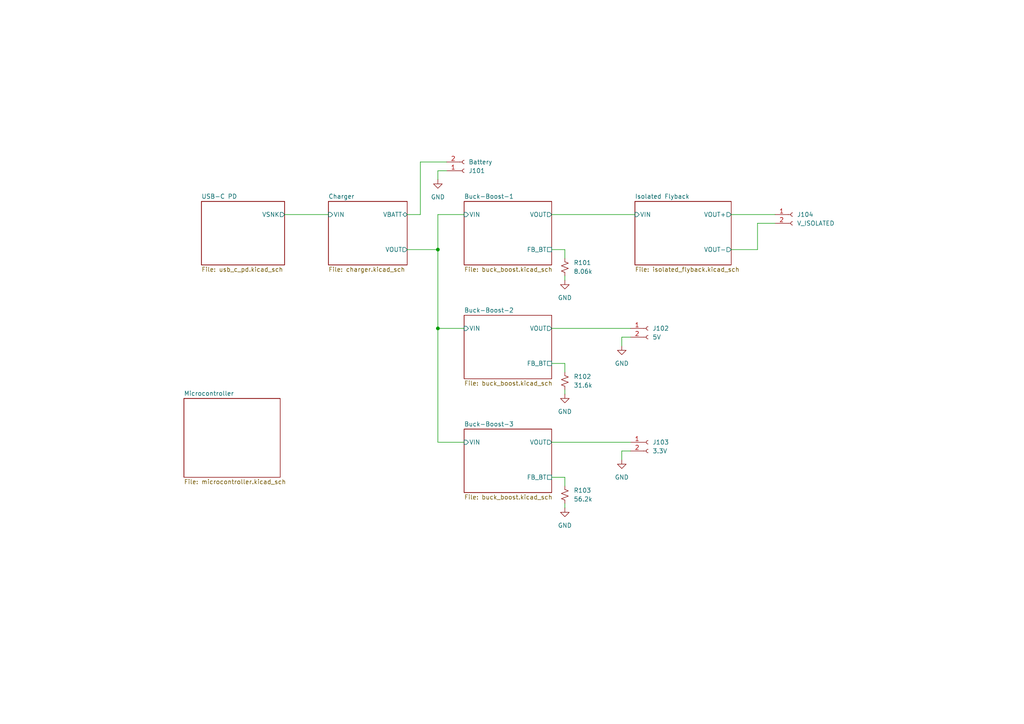
<source format=kicad_sch>
(kicad_sch (version 20231120) (generator "eeschema") (generator_version "8.0")
  (paper "A4")
  (title_block (title "Power Supply") (date "2024-10-27") (rev "0.1.0") (company "University of Wisconsin-Platteville") (comment 1 "Nicholas Loehrke"))
  (lib_symbols
    (symbol "Connector:Conn_01x02_Socket" (pin_names (offset 1.016) hide)
      (property "Reference" "J" (at 0 2.54 0))
      (property "Value" "Conn_01x02_Socket" (at 0 -5.08 0))
      (symbol "Conn_01x02_Socket_1_1"
        (arc (start 0 -2.032) (mid -0.5058 -2.54) (end 0 -3.048) (stroke (width 0.1524)))
        (polyline (pts (xy -1.27 -2.54) (xy -0.508 -2.54)) (stroke (width 0.1524)))
        (polyline (pts (xy -1.27 0) (xy -0.508 0)) (stroke (width 0.1524)))
        (arc (start 0 0.508) (mid -0.5058 0) (end 0 -0.508) (stroke (width 0.1524)))
        (pin passive line (at -5.08 0 0) (length 3.81) (name "Pin_1") (number "1"))
        (pin passive line (at -5.08 -2.54 0) (length 3.81) (name "Pin_2") (number "2"))
      )
    )
    (symbol "Device:R_Small_US" (pin_numbers hide) (pin_names (offset 0.254) hide)
      (property "Reference" "R" (at 0.762 0.508 0))
      (property "Value" "R_Small_US" (at 0.762 -1.016 0))
      (symbol "R_Small_US_1_1"
        (polyline (pts (xy 0 0) (xy 1.016 -0.381) (xy 0 -0.762) (xy -1.016 -1.143) (xy 0 -1.524)))
        (polyline (pts (xy 0 1.524) (xy 1.016 1.143) (xy 0 0.762) (xy -1.016 0.381) (xy 0 0)))
        (pin passive line (at 0 2.54 270) (length 1.016) (name "~") (number "1"))
        (pin passive line (at 0 -2.54 90) (length 1.016) (name "~") (number "2"))
      )
    )
    (symbol "power:GND" (power) (pin_numbers hide) (pin_names (offset 0) hide)
      (property "Value" "GND" (at 0 -3.81 0))
      (symbol "GND_0_1"
        (polyline (pts (xy 0 0) (xy 0 -1.27) (xy 1.27 -1.27) (xy 0 -2.54) (xy -1.27 -1.27) (xy 0 -1.27)))
      )
      (symbol "GND_1_1"
        (pin power_in line (at 0 0 270) (length 0) (name "~") (number "1"))
      )
    )
  )
  (junction (at 127 72.39))
  (junction (at 127 95.25))
  (wire (pts (xy 127 95.25) (xy 127 72.39)))
  (wire (pts (xy 163.83 113.03) (xy 163.83 114.3)))
  (wire (pts (xy 163.83 72.39) (xy 160.02 72.39)))
  (wire (pts (xy 163.83 140.97) (xy 163.83 138.43)))
  (wire (pts (xy 163.83 105.41) (xy 160.02 105.41)))
  (wire (pts (xy 118.11 72.39) (xy 127 72.39)))
  (wire (pts (xy 182.88 130.81) (xy 180.34 130.81)))
  (wire (pts (xy 160.02 62.23) (xy 184.15 62.23)))
  (wire (pts (xy 182.88 97.79) (xy 180.34 97.79)))
  (wire (pts (xy 160.02 128.27) (xy 182.88 128.27)))
  (wire (pts (xy 163.83 80.01) (xy 163.83 81.28)))
  (wire (pts (xy 134.62 95.25) (xy 127 95.25)))
  (wire (pts (xy 160.02 95.25) (xy 182.88 95.25)))
  (wire (pts (xy 127 62.23) (xy 134.62 62.23)))
  (wire (pts (xy 121.92 46.99) (xy 121.92 62.23)))
  (wire (pts (xy 163.83 107.95) (xy 163.83 105.41)))
  (wire (pts (xy 121.92 46.99) (xy 129.54 46.99)))
  (wire (pts (xy 121.92 62.23) (xy 118.11 62.23)))
  (wire (pts (xy 219.71 64.77) (xy 219.71 72.39)))
  (wire (pts (xy 127 49.53) (xy 127 52.07)))
  (wire (pts (xy 180.34 97.79) (xy 180.34 100.33)))
  (wire (pts (xy 134.62 128.27) (xy 127 128.27)))
  (wire (pts (xy 127 62.23) (xy 127 72.39)))
  (wire (pts (xy 224.79 64.77) (xy 219.71 64.77)))
  (wire (pts (xy 127 128.27) (xy 127 95.25)))
  (wire (pts (xy 82.55 62.23) (xy 95.25 62.23)))
  (wire (pts (xy 180.34 130.81) (xy 180.34 133.35)))
  (wire (pts (xy 212.09 62.23) (xy 224.79 62.23)))
  (wire (pts (xy 163.83 138.43) (xy 160.02 138.43)))
  (wire (pts (xy 163.83 146.05) (xy 163.83 147.32)))
  (wire (pts (xy 212.09 72.39) (xy 219.71 72.39)))
  (wire (pts (xy 163.83 74.93) (xy 163.83 72.39)))
  (wire (pts (xy 127 49.53) (xy 129.54 49.53)))
  (symbol (lib_id "Device:R_Small_US") (at 163.83 110.49 180) (unit 1)
    (property "Reference" "R102" (at 166.37 109.2199 0) (effects (justify right)))
    (property "Value" "31.6k" (at 166.37 111.7599 0) (effects (justify right)))
    (property "Footprint" "Resistor_SMD:R_0603_1608Metric" (effects (hide yes)))
    (property "Description" "Resistor, small US symbol" (effects (hide yes)))
  )
  (symbol (lib_id "Connector:Conn_01x02_Socket") (at 187.96 95.25 0) (unit 1)
    (property "Reference" "J102" (at 189.23 95.2499 0) (effects (justify left)))
    (property "Value" "5V" (at 189.23 97.7899 0) (effects (justify left)))
    (property "Footprint" "Connector_JST:JST_XH_B2B-XH-A_1x02_P2.50mm_Vertical" (effects (hide yes)))
    (property "Description" "Generic connector, single row, 01x02, script generated" (effects (hide yes)))
  )
  (symbol (lib_id "power:GND") (at 127 52.07 0) (unit 1)
    (property "Reference" "#PWR0101" (effects (hide yes)))
    (property "Value" "GND" (at 127 57.15 0))
    (property "Description" "Power symbol creates a global label with name \"GND\" , ground" (effects (hide yes)))
  )
  (symbol (lib_id "Connector:Conn_01x02_Socket") (at 187.96 128.27 0) (unit 1)
    (property "Reference" "J103" (at 189.23 128.2699 0) (effects (justify left)))
    (property "Value" "3.3V" (at 189.23 130.8099 0) (effects (justify left)))
    (property "Footprint" "Connector_JST:JST_XH_B2B-XH-A_1x02_P2.50mm_Vertical" (effects (hide yes)))
    (property "Description" "Generic connector, single row, 01x02, script generated" (effects (hide yes)))
  )
  (symbol (lib_id "power:GND") (at 180.34 100.33 0) (unit 1)
    (property "Reference" "#PWR0105" (effects (hide yes)))
    (property "Value" "GND" (at 180.34 105.41 0))
    (property "Description" "Power symbol creates a global label with name \"GND\" , ground" (effects (hide yes)))
  )
  (symbol (lib_id "power:GND") (at 163.83 114.3 0) (unit 1)
    (property "Reference" "#PWR0103" (effects (hide yes)))
    (property "Value" "GND" (at 163.83 119.38 0))
    (property "Description" "Power symbol creates a global label with name \"GND\" , ground" (effects (hide yes)))
  )
  (symbol (lib_id "Connector:Conn_01x02_Socket") (at 134.62 49.53 0) (mirror x) (unit 1)
    (property "Reference" "J101" (at 135.89 49.5301 0) (effects (justify left)))
    (property "Value" "Battery" (at 135.89 46.9901 0) (effects (justify left)))
    (property "Footprint" "xt30:AMASS_XT30U-F_1x02_P5.0mm_Vertical" (effects (hide yes)))
    (property "Description" "Generic connector, single row, 01x02, script generated" (effects (hide yes)))
  )
  (symbol (lib_id "power:GND") (at 163.83 81.28 0) (unit 1)
    (property "Reference" "#PWR0102" (effects (hide yes)))
    (property "Value" "GND" (at 163.83 86.36 0))
    (property "Description" "Power symbol creates a global label with name \"GND\" , ground" (effects (hide yes)))
  )
  (symbol (lib_id "power:GND") (at 180.34 133.35 0) (unit 1)
    (property "Reference" "#PWR0106" (effects (hide yes)))
    (property "Value" "GND" (at 180.34 138.43 0))
    (property "Description" "Power symbol creates a global label with name \"GND\" , ground" (effects (hide yes)))
  )
  (symbol (lib_id "Device:R_Small_US") (at 163.83 143.51 180) (unit 1)
    (property "Reference" "R103" (at 166.37 142.2399 0) (effects (justify right)))
    (property "Value" "56.2k" (at 166.37 144.7799 0) (effects (justify right)))
    (property "Footprint" "Resistor_SMD:R_0603_1608Metric" (effects (hide yes)))
    (property "Description" "Resistor, small US symbol" (effects (hide yes)))
  )
  (symbol (lib_id "Connector:Conn_01x02_Socket") (at 229.87 62.23 0) (unit 1)
    (property "Reference" "J104" (at 231.14 62.2299 0) (effects (justify left)))
    (property "Value" "V_ISOLATED" (at 231.14 64.7699 0) (effects (justify left)))
    (property "Footprint" "Connector_JST:JST_XH_B2B-XH-A_1x02_P2.50mm_Vertical" (effects (hide yes)))
    (property "Description" "Generic connector, single row, 01x02, script generated" (effects (hide yes)))
  )
  (symbol (lib_id "power:GND") (at 163.83 147.32 0) (unit 1)
    (property "Reference" "#PWR0104" (effects (hide yes)))
    (property "Value" "GND" (at 163.83 152.4 0))
    (property "Description" "Power symbol creates a global label with name \"GND\" , ground" (effects (hide yes)))
  )
  (symbol (lib_id "Device:R_Small_US") (at 163.83 77.47 180) (unit 1)
    (property "Reference" "R101" (at 166.37 76.1999 0) (effects (justify right)))
    (property "Value" "8.06k" (at 166.37 78.7399 0) (effects (justify right)))
    (property "Footprint" "Resistor_SMD:R_0603_1608Metric" (effects (hide yes)))
    (property "Description" "Resistor, small US symbol" (effects (hide yes)))
  )
  (sheet (at 95.25 58.42) (size 22.86 18.415) (stroke (width 0.1524))
    (property "Sheetname" "Charger" (at 95.25 57.7084 0) (effects (justify left bottom)))
    (property "Sheetfile" "charger.kicad_sch" (at 95.25 77.4196 0) (effects (justify left top)))
    (pin "VIN" input (at 95.25 62.23 180))
    (pin "VOUT" output (at 118.11 72.39 0))
    (pin "VBATT" bidirectional (at 118.11 62.23 0))
  )
  (sheet (at 184.15 58.42) (size 27.94 18.415) (stroke (width 0.1524))
    (property "Sheetname" "Isolated Flyback" (at 184.15 57.7084 0) (effects (justify left bottom)))
    (property "Sheetfile" "isolated_flyback.kicad_sch" (at 184.15 77.4196 0) (effects (justify left top)))
    (pin "VOUT+" output (at 212.09 62.23 0))
    (pin "VOUT-" output (at 212.09 72.39 0))
    (pin "VIN" input (at 184.15 62.23 180))
  )
  (sheet (at 58.42 58.42) (size 24.13 18.415) (stroke (width 0.1524))
    (property "Sheetname" "USB-C PD" (at 58.42 57.7084 0) (effects (justify left bottom)))
    (property "Sheetfile" "usb_c_pd.kicad_sch" (at 58.42 77.4196 0) (effects (justify left top)))
    (pin "VSNK" output (at 82.55 62.23 0))
  )
  (sheet (at 134.62 124.46) (size 25.4 18.415) (stroke (width 0.1524))
    (property "Sheetname" "Buck-Boost-3" (at 134.62 123.7484 0) (effects (justify left bottom)))
    (property "Sheetfile" "buck_boost.kicad_sch" (at 134.62 143.4596 0) (effects (justify left top)))
    (pin "VOUT" output (at 160.02 128.27 0))
    (pin "FB_BT" passive (at 160.02 138.43 0))
    (pin "VIN" input (at 134.62 128.27 180))
  )
  (sheet (at 134.62 58.42) (size 25.4 18.415) (stroke (width 0.1524))
    (property "Sheetname" "Buck-Boost-1" (at 134.62 57.7084 0) (effects (justify left bottom)))
    (property "Sheetfile" "buck_boost.kicad_sch" (at 134.62 77.4196 0) (effects (justify left top)))
    (pin "VOUT" output (at 160.02 62.23 0))
    (pin "FB_BT" passive (at 160.02 72.39 0))
    (pin "VIN" input (at 134.62 62.23 180))
  )
  (sheet (at 134.62 91.44) (size 25.4 18.415) (stroke (width 0.1524))
    (property "Sheetname" "Buck-Boost-2" (at 134.62 90.7284 0) (effects (justify left bottom)))
    (property "Sheetfile" "buck_boost.kicad_sch" (at 134.62 110.4396 0) (effects (justify left top)))
    (pin "VOUT" output (at 160.02 95.25 0))
    (pin "FB_BT" passive (at 160.02 105.41 0))
    (pin "VIN" input (at 134.62 95.25 180))
  )
  (sheet (at 53.34 115.57) (size 27.94 22.86) (stroke (width 0.1524))
    (property "Sheetname" "Microcontroller" (at 53.34 114.8584 0) (effects (justify left bottom)))
    (property "Sheetfile" "microcontroller.kicad_sch" (at 53.34 139.0146 0) (effects (justify left top)))
  )
)
</source>
